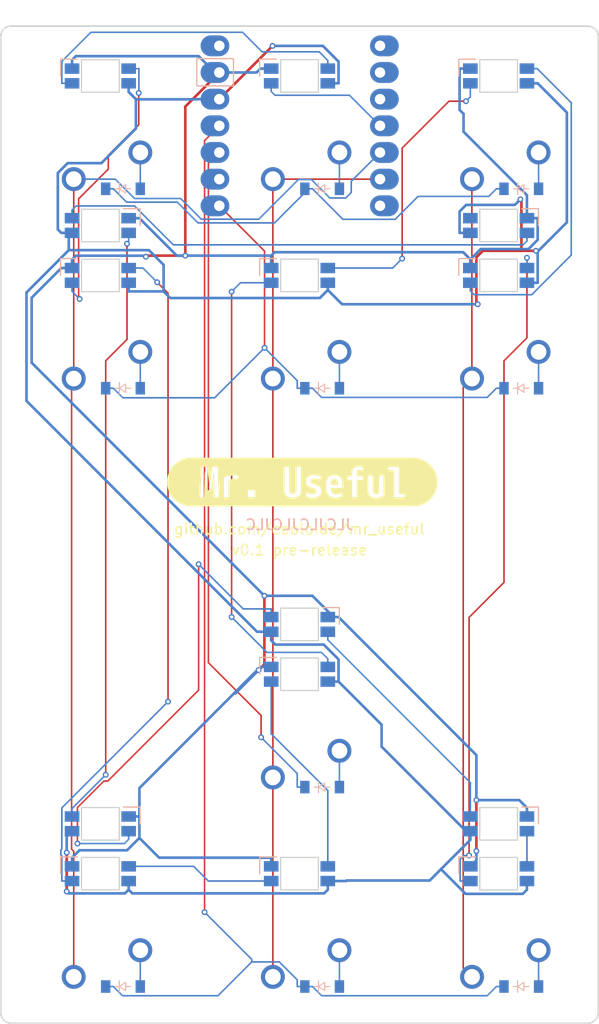
<source format=kicad_pcb>
(kicad_pcb (version 20240108) (generator "pcbnew") (generator_version "8.0")
  (title_block (title "mr_useful") (rev "0.1") (company "ceoloide"))
  (layers (0 "F.Cu" signal) (31 "B.Cu" signal) (34 "B.Paste" user) (35 "F.Paste" user) (36 "B.SilkS" user "B.Silkscreen") (37 "F.SilkS" user "F.Silkscreen") (38 "B.Mask" user) (39 "F.Mask" user) (44 "Edge.Cuts" user))
  (net 0 "")
  (net 1 "C0")
  (net 2 "left_down")
  (net 3 "C1")
  (net 4 "middle_down")
  (net 5 "middle_up")
  (net 6 "C2")
  (net 7 "right_down")
  (net 8 "first_bottom")
  (net 9 "first_top")
  (net 10 "second_bottom")
  (net 11 "second_top")
  (net 12 "third_bottom")
  (net 13 "third_top")
  (net 14 "VCC")
  (net 15 "LED_4")
  (net 16 "GND")
  (net 17 "LED_3")
  (net 18 "LED_5")
  (net 19 "LED_6")
  (net 20 "LED_10")
  (net 21 "LED_9")
  (net 22 "LED_2")
  (net 23 "LED_1")
  (net 24 "LED_7")
  (net 25 "LED")
  (net 26 "LED_8")
  (net 27 "ULED_3")
  (net 28 "ULED_2")
  (net 29 "ULED_1")
  (net 30 "ULED_4")
  (net 31 "ULED_5")
  (net 32 "R0")
  (net 33 "R1")
  (net 34 "R3")
  (net 35 "R4")
  (net 36 "P0")
  (net 37 "P1")
  (net 38 "P2")
  (net 39 "C3")
  (net 40 "R2")
  (net 41 "RAW")
  (footprint "logo_mr_useful" (layer "F.Cu") (at 79 87)
    (property "Reference" "LOGO1" (hide yes))
    (property "Value" "" (hide yes))
  )
  (footprint "MX" (layer "F.Cu") (at 79 106 180)
    (property "Reference" "S3" (hide yes))
    (property "Value" "" (hide yes))
  )
  (footprint "MX" (layer "F.Cu") (at 98 125 180)
    (property "Reference" "S4" (hide yes))
    (property "Value" "" (hide yes))
  )
  (footprint "MX" (layer "F.Cu") (at 60 49 180)
    (property "Reference" "S6" (hide yes))
    (property "Value" "" (hide yes))
  )
  (footprint "MX" (layer "F.Cu") (at 79 68 180)
    (property "Reference" "S7" (hide yes))
    (property "Value" "" (hide yes))
  )
  (footprint "MX" (layer "F.Cu") (at 98 49 180)
    (property "Reference" "S10" (hide yes))
    (property "Value" "" (hide yes))
  )
  (footprint "MX" (layer "F.Cu") (at 79 125 180)
    (property "Reference" "S2" (hide yes))
    (property "Value" "" (hide yes))
  )
  (footprint "MX" (layer "F.Cu") (at 98 68 180)
    (property "Reference" "S9" (hide yes))
    (property "Value" "" (hide yes))
  )
  (footprint "MX" (layer "F.Cu") (at 60 68 180)
    (property "Reference" "S5" (hide yes))
    (property "Value" "" (hide yes))
  )
  (footprint "MX" (layer "F.Cu") (at 79 49 180)
    (property "Reference" "S8" (hide yes))
    (property "Value" "" (hide yes))
  )
  (footprint "MX" (layer "F.Cu") (at 60 125 180)
    (property "Reference" "S1" (hide yes))
    (property "Value" "" (hide yes))
  )
  (footprint "ceoloide:led_SK6812mini-e (underglowsingle-side)" (layer "B.Cu") (at 60 115.5 180)
    (property "Reference" "LED11" (hide yes))
    (property "Value" "")
    (fp_line (start 1.8 1.55) (end 1.8 -1.55) (stroke (width 0.12)) (layer "Edge.Cuts"))
    (fp_line (start 1.8 -1.55) (end -1.8 -1.55) (stroke (width 0.12)) (layer "Edge.Cuts"))
    (fp_line (start -1.8 1.55) (end 1.8 1.55) (stroke (width 0.12)) (layer "Edge.Cuts"))
    (fp_line (start -1.8 -1.55) (end -1.8 1.55) (stroke (width 0.12)) (layer "Edge.Cuts"))
  )
  (footprint "ceoloide:led_SK6812mini-e (underglowsingle-side)" (layer "B.Cu") (at 79 96.5 180)
    (property "Reference" "LED12" (hide yes))
    (property "Value" "")
    (fp_line (start 1.8 1.55) (end 1.8 -1.55) (stroke (width 0.12)) (layer "Edge.Cuts"))
    (fp_line (start 1.8 -1.55) (end -1.8 -1.55) (stroke (width 0.12)) (layer "Edge.Cuts"))
    (fp_line (start -1.8 1.55) (end 1.8 1.55) (stroke (width 0.12)) (layer "Edge.Cuts"))
    (fp_line (start -1.8 -1.55) (end -1.8 1.55) (stroke (width 0.12)) (layer "Edge.Cuts"))
  )
  (footprint "ceoloide:led_SK6812mini-e (per-keysingle-side)" (layer "B.Cu") (at 79 63.25)
    (property "Reference" "LED7" (hide yes))
    (property "Value" "")
    (fp_line (start -1.8 -1.55) (end -1.8 1.55) (stroke (width 0.12)) (layer "Edge.Cuts"))
    (fp_line (start -1.8 1.55) (end 1.8 1.55) (stroke (width 0.12)) (layer "Edge.Cuts"))
    (fp_line (start 1.8 -1.55) (end -1.8 -1.55) (stroke (width 0.12)) (layer "Edge.Cuts"))
    (fp_line (start 1.8 1.55) (end 1.8 -1.55) (stroke (width 0.12)) (layer "Edge.Cuts"))
  )
  (footprint "ceoloide:led_SK6812mini-e (per-keysingle-side)" (layer "B.Cu") (at 98 120.25)
    (property "Reference" "LED4" (hide yes))
    (property "Value" "")
    (fp_line (start -1.8 -1.55) (end -1.8 1.55) (stroke (width 0.12)) (layer "Edge.Cuts"))
    (fp_line (start -1.8 1.55) (end 1.8 1.55) (stroke (width 0.12)) (layer "Edge.Cuts"))
    (fp_line (start 1.8 -1.55) (end -1.8 -1.55) (stroke (width 0.12)) (layer "Edge.Cuts"))
    (fp_line (start 1.8 1.55) (end 1.8 -1.55) (stroke (width 0.12)) (layer "Edge.Cuts"))
  )
  (footprint "Seeeduino XIAO-MOUDLE14P-2.54-21X17.8MM tht maybe" (layer "B.Cu") (at 79 49)
    (property "Reference" "MCU1" (hide yes))
    (property "Value" "")
  )
  (footprint "ceoloide:led_SK6812mini-e (per-keysingle-side)" (layer "B.Cu") (at 79 101.25)
    (property "Reference" "LED3" (hide yes))
    (property "Value" "")
    (fp_line (start -1.8 -1.55) (end -1.8 1.55) (stroke (width 0.12)) (layer "Edge.Cuts"))
    (fp_line (start -1.8 1.55) (end 1.8 1.55) (stroke (width 0.12)) (layer "Edge.Cuts"))
    (fp_line (start 1.8 -1.55) (end -1.8 -1.55) (stroke (width 0.12)) (layer "Edge.Cuts"))
    (fp_line (start 1.8 1.55) (end 1.8 -1.55) (stroke (width 0.12)) (layer "Edge.Cuts"))
  )
  (footprint "ceoloide:diode_tht_sod123" (layer "B.Cu") (at 62.16 74)
    (property "Reference" "D5" (hide yes))
    (property "Value" "")
  )
  (footprint "ceoloide:diode_tht_sod123" (layer "B.Cu") (at 100.16 55)
    (property "Reference" "D10" (hide yes))
    (property "Value" "")
  )
  (footprint "ceoloide:diode_tht_sod123" (layer "B.Cu") (at 62.16 131)
    (property "Reference" "D1" (hide yes))
    (property "Value" "")
  )
  (footprint "ceoloide:led_SK6812mini-e (per-keysingle-side)" (layer "B.Cu") (at 79 44.25)
    (property "Reference" "LED8" (hide yes))
    (property "Value" "")
    (fp_line (start -1.8 -1.55) (end -1.8 1.55) (stroke (width 0.12)) (layer "Edge.Cuts"))
    (fp_line (start -1.8 1.55) (end 1.8 1.55) (stroke (width 0.12)) (layer "Edge.Cuts"))
    (fp_line (start 1.8 -1.55) (end -1.8 -1.55) (stroke (width 0.12)) (layer "Edge.Cuts"))
    (fp_line (start 1.8 1.55) (end 1.8 -1.55) (stroke (width 0.12)) (layer "Edge.Cuts"))
  )
  (footprint "ceoloide:led_SK6812mini-e (per-keysingle-side)" (layer "B.Cu") (at 60 120.25)
    (property "Reference" "LED1" (hide yes))
    (property "Value" "")
    (fp_line (start -1.8 -1.55) (end -1.8 1.55) (stroke (width 0.12)) (layer "Edge.Cuts"))
    (fp_line (start -1.8 1.55) (end 1.8 1.55) (stroke (width 0.12)) (layer "Edge.Cuts"))
    (fp_line (start 1.8 -1.55) (end -1.8 -1.55) (stroke (width 0.12)) (layer "Edge.Cuts"))
    (fp_line (start 1.8 1.55) (end 1.8 -1.55) (stroke (width 0.12)) (layer "Edge.Cuts"))
  )
  (footprint "ceoloide:led_SK6812mini-e (per-keysingle-side)" (layer "B.Cu") (at 79 120.25)
    (property "Reference" "LED2" (hide yes))
    (property "Value" "")
    (fp_line (start -1.8 -1.55) (end -1.8 1.55) (stroke (width 0.12)) (layer "Edge.Cuts"))
    (fp_line (start -1.8 1.55) (end 1.8 1.55) (stroke (width 0.12)) (layer "Edge.Cuts"))
    (fp_line (start 1.8 -1.55) (end -1.8 -1.55) (stroke (width 0.12)) (layer "Edge.Cuts"))
    (fp_line (start 1.8 1.55) (end 1.8 -1.55) (stroke (width 0.12)) (layer "Edge.Cuts"))
  )
  (footprint "ceoloide:diode_tht_sod123" (layer "B.Cu") (at 62.16 55)
    (property "Reference" "D6" (hide yes))
    (property "Value" "")
  )
  (footprint "ceoloide:led_SK6812mini-e (per-keysingle-side)" (layer "B.Cu") (at 98 63.25)
    (property "Reference" "LED9" (hide yes))
    (property "Value" "")
    (fp_line (start -1.8 -1.55) (end -1.8 1.55) (stroke (width 0.12)) (layer "Edge.Cuts"))
    (fp_line (start -1.8 1.55) (end 1.8 1.55) (stroke (width 0.12)) (layer "Edge.Cuts"))
    (fp_line (start 1.8 -1.55) (end -1.8 -1.55) (stroke (width 0.12)) (layer "Edge.Cuts"))
    (fp_line (start 1.8 1.55) (end 1.8 -1.55) (stroke (width 0.12)) (layer "Edge.Cuts"))
  )
  (footprint "ceoloide:diode_tht_sod123" (layer "B.Cu") (at 81.16 112)
    (property "Reference" "D3" (hide yes))
    (property "Value" "")
  )
  (footprint "ceoloide:led_SK6812mini-e (per-keysingle-side)" (layer "B.Cu") (at 60 63.25)
    (property "Reference" "LED5" (hide yes))
    (property "Value" "")
    (fp_line (start -1.8 -1.55) (end -1.8 1.55) (stroke (width 0.12)) (layer "Edge.Cuts"))
    (fp_line (start -1.8 1.55) (end 1.8 1.55) (stroke (width 0.12)) (layer "Edge.Cuts"))
    (fp_line (start 1.8 -1.55) (end -1.8 -1.55) (stroke (width 0.12)) (layer "Edge.Cuts"))
    (fp_line (start 1.8 1.55) (end 1.8 -1.55) (stroke (width 0.12)) (layer "Edge.Cuts"))
  )
  (footprint "ceoloide:led_SK6812mini-e (per-keysingle-side)" (layer "B.Cu") (at 98 44.25)
    (property "Reference" "LED10" (hide yes))
    (property "Value" "")
    (fp_line (start -1.8 -1.55) (end -1.8 1.55) (stroke (width 0.12)) (layer "Edge.Cuts"))
    (fp_line (start -1.8 1.55) (end 1.8 1.55) (stroke (width 0.12)) (layer "Edge.Cuts"))
    (fp_line (start 1.8 -1.55) (end -1.8 -1.55) (stroke (width 0.12)) (layer "Edge.Cuts"))
    (fp_line (start 1.8 1.55) (end 1.8 -1.55) (stroke (width 0.12)) (layer "Edge.Cuts"))
  )
  (footprint "ceoloide:diode_tht_sod123" (layer "B.Cu") (at 81.16 55)
    (property "Reference" "D8" (hide yes))
    (property "Value" "")
  )
  (footprint "ceoloide:led_SK6812mini-e (per-keysingle-side)" (layer "B.Cu") (at 60 44.25)
    (property "Reference" "LED6" (hide yes))
    (property "Value" "")
    (fp_line (start -1.8 -1.55) (end -1.8 1.55) (stroke (width 0.12)) (layer "Edge.Cuts"))
    (fp_line (start -1.8 1.55) (end 1.8 1.55) (stroke (width 0.12)) (layer "Edge.Cuts"))
    (fp_line (start 1.8 -1.55) (end -1.8 -1.55) (stroke (width 0.12)) (layer "Edge.Cuts"))
    (fp_line (start 1.8 1.55) (end 1.8 -1.55) (stroke (width 0.12)) (layer "Edge.Cuts"))
  )
  (footprint "ceoloide:diode_tht_sod123" (layer "B.Cu") (at 100.16 74)
    (property "Reference" "D9" (hide yes))
    (property "Value" "")
  )
  (footprint "ceoloide:diode_tht_sod123" (layer "B.Cu") (at 81.16 131)
    (property "Reference" "D2" (hide yes))
    (property "Value" "")
  )
  (footprint "ceoloide:led_SK6812mini-e (underglowsingle-side)" (layer "B.Cu") (at 60 58.5 180)
    (property "Reference" "LED14" (hide yes))
    (property "Value" "")
    (fp_line (start 1.8 1.55) (end 1.8 -1.55) (stroke (width 0.12)) (layer "Edge.Cuts"))
    (fp_line (start 1.8 -1.55) (end -1.8 -1.55) (stroke (width 0.12)) (layer "Edge.Cuts"))
    (fp_line (start -1.8 1.55) (end 1.8 1.55) (stroke (width 0.12)) (layer "Edge.Cuts"))
    (fp_line (start -1.8 -1.55) (end -1.8 1.55) (stroke (width 0.12)) (layer "Edge.Cuts"))
  )
  (footprint "ceoloide:led_SK6812mini-e (underglowsingle-side)" (layer "B.Cu") (at 98 58.5 180)
    (property "Reference" "LED15" (hide yes))
    (property "Value" "")
    (fp_line (start 1.8 1.55) (end 1.8 -1.55) (stroke (width 0.12)) (layer "Edge.Cuts"))
    (fp_line (start 1.8 -1.55) (end -1.8 -1.55) (stroke (width 0.12)) (layer "Edge.Cuts"))
    (fp_line (start -1.8 1.55) (end 1.8 1.55) (stroke (width 0.12)) (layer "Edge.Cuts"))
    (fp_line (start -1.8 -1.55) (end -1.8 1.55) (stroke (width 0.12)) (layer "Edge.Cuts"))
  )
  (footprint "ceoloide:led_SK6812mini-e (underglowsingle-side)" (layer "B.Cu") (at 98 115.5 180)
    (property "Reference" "LED13" (hide yes))
    (property "Value" "")
    (fp_line (start 1.8 1.55) (end 1.8 -1.55) (stroke (width 0.12)) (layer "Edge.Cuts"))
    (fp_line (start 1.8 -1.55) (end -1.8 -1.55) (stroke (width 0.12)) (layer "Edge.Cuts"))
    (fp_line (start -1.8 1.55) (end 1.8 1.55) (stroke (width 0.12)) (layer "Edge.Cuts"))
    (fp_line (start -1.8 -1.55) (end -1.8 1.55) (stroke (width 0.12)) (layer "Edge.Cuts"))
  )
  (footprint "ceoloide:diode_tht_sod123" (layer "B.Cu") (at 100.16 131)
    (property "Reference" "D4" (hide yes))
    (property "Value" "")
  )
  (footprint "ceoloide:diode_tht_sod123" (layer "B.Cu") (at 81.16 74)
    (property "Reference" "D7" (hide yes))
    (property "Value" "")
  )
  (gr_arc (start 107.5 133.5) (mid 107.207107 134.207107) (end 106.5 134.5) (stroke (width 0.15)) (layer "Edge.Cuts"))
  (gr_arc (start 51.5 134.5) (mid 50.792893 134.207107) (end 50.5 133.5) (stroke (width 0.15)) (layer "Edge.Cuts"))
  (gr_line (start 107.5 133.5) (end 107.5 40.5) (stroke (width 0.15)) (layer "Edge.Cuts"))
  (gr_line (start 50.5 40.5) (end 50.5 133.5) (stroke (width 0.15)) (layer "Edge.Cuts"))
  (gr_line (start 51.5 134.5) (end 106.5 134.5) (stroke (width 0.15)) (layer "Edge.Cuts"))
  (gr_arc (start 106.5 39.5) (mid 107.207107 39.792893) (end 107.5 40.5) (stroke (width 0.15)) (layer "Edge.Cuts"))
  (gr_arc (start 50.5 40.5) (mid 50.792893 39.792893) (end 51.5 39.5) (stroke (width 0.15)) (layer "Edge.Cuts"))
  (gr_line (start 106.5 39.5) (end 51.5 39.5) (stroke (width 0.15)) (layer "Edge.Cuts"))
  (gr_text "JLCJLCJLCJLC" (at 79 87 0) (layer "B.SilkS") (effects (font (size 1 1)) (justify mirror)))
  (segment (start 57.2549 73.2851) (end 57.46 73.08) (width 0.15) (layer "F.Cu") (net 1))
  (segment (start 57.46 118.1212) (end 57.2549 117.9161) (width 0.15) (layer "F.Cu") (net 1))
  (segment (start 57.46 54.08) (end 57.46 73.08) (width 0.15) (layer "F.Cu") (net 1))
  (segment (start 57.2549 117.9161) (end 57.2549 73.2851) (width 0.15) (layer "F.Cu") (net 1))
  (segment (start 57.46 130.08) (end 57.46 118.1212) (width 0.15) (layer "F.Cu") (net 1))
  (segment (start 80.1337 54.1189) (end 78.8926 54.1189) (width 0.15) (layer "B.Cu") (net 1))
  (segment (start 83.4098 55.8754) (end 81.8902 55.8754) (width 0.15) (layer "B.Cu") (net 1))
  (segment (start 67.6615 55.9246) (end 63.2598 55.9246) (width 0.15) (layer "B.Cu") (net 1))
  (segment (start 87.0987 51.5412) (end 86.682 51.5412) (width 0.15) (layer "B.Cu") (net 1))
  (segment (start 75.1135 57.898) (end 69.6349 57.898) (width 0.15) (layer "B.Cu") (net 1))
  (segment (start 86.682 51.5412) (end 83.9363 54.2869) (width 0.15) (layer "B.Cu") (net 1))
  (segment (start 63.2598 55.9246) (end 61.4152 54.08) (width 0.15) (layer "B.Cu") (net 1))
  (segment (start 81.8902 55.8754) (end 80.1337 54.1189) (width 0.15) (layer "B.Cu") (net 1))
  (segment (start 69.6349 57.898) (end 67.6615 55.9246) (width 0.15) (layer "B.Cu") (net 1))
  (segment (start 78.8926 54.1189) (end 75.1135 57.898) (width 0.15) (layer "B.Cu") (net 1))
  (segment (start 83.9363 54.2869) (end 83.9363 55.3489) (width 0.15) (layer "B.Cu") (net 1))
  (segment (start 83.9363 55.3489) (end 83.4098 55.8754) (width 0.15) (layer "B.Cu") (net 1))
  (segment (start 61.4152 54.08) (end 57.46 54.08) (width 0.15) (layer "B.Cu") (net 1))
  (segment (start 63.81 131) (end 63.81 127.54) (width 0.15) (layer "B.Cu") (net 2))
  (segment (start 76.46 111.08) (end 76.46 73.08) (width 0.15) (layer "F.Cu") (net 3))
  (segment (start 76.4612 54.0812) (end 76.46 54.08) (width 0.15) (layer "F.Cu") (net 3))
  (segment (start 86.682 54.0812) (end 76.4612 54.0812) (width 0.15) (layer "F.Cu") (net 3))
  (segment (start 76.46 73.08) (end 76.46 54.08) (width 0.15) (layer "F.Cu") (net 3))
  (segment (start 76.46 130.08) (end 76.46 111.08) (width 0.15) (layer "F.Cu") (net 3))
  (segment (start 87.0987 54.0812) (end 86.682 54.0812) (width 0.15) (layer "B.Cu") (net 3))
  (segment (start 82.81 131) (end 82.81 127.54) (width 0.15) (layer "B.Cu") (net 4))
  (segment (start 82.81 112) (end 82.81 108.54) (width 0.15) (layer "B.Cu") (net 5))
  (segment (start 94.619 129.239) (end 95.46 130.08) (width 0.15) (layer "F.Cu") (net 6))
  (segment (start 95.46 54.08) (end 95.4466 54.0934) (width 0.15) (layer "F.Cu") (net 6))
  (segment (start 95.46 73.08) (end 94.619 73.921) (width 0.15) (layer "F.Cu") (net 6))
  (segment (start 94.619 73.921) (end 94.619 129.239) (width 0.15) (layer "F.Cu") (net 6))
  (segment (start 95.4466 54.0934) (end 95.4466 73.0666) (width 0.15) (layer "F.Cu") (net 6))
  (segment (start 95.4466 73.0666) (end 95.46 73.08) (width 0.15) (layer "F.Cu") (net 6))
  (segment (start 101.81 131) (end 101.81 127.54) (width 0.15) (layer "B.Cu") (net 7))
  (segment (start 63.81 74) (end 63.81 70.54) (width 0.15) (layer "B.Cu") (net 8))
  (segment (start 63.81 55) (end 63.81 51.54) (width 0.15) (layer "B.Cu") (net 9))
  (segment (start 82.81 74) (end 82.81 70.54) (width 0.15) (layer "B.Cu") (net 10))
  (segment (start 82.81 55) (end 82.81 51.54) (width 0.15) (layer "B.Cu") (net 11))
  (segment (start 101.81 74) (end 101.81 70.54) (width 0.15) (layer "B.Cu") (net 12))
  (segment (start 101.81 55) (end 101.81 51.54) (width 0.15) (layer "B.Cu") (net 13))
  (segment (start 76.4271 41.3851) (end 71.351 46.4612) (width 0.25) (layer "F.Cu") (net 14))
  (segment (start 100.1717 56.1011) (end 100.1717 60.9056) (width 0.25) (layer "F.Cu") (net 14))
  (segment (start 95.8746 61.5284) (end 95.8746 65.8711) (width 0.25) (layer "F.Cu") (net 14))
  (segment (start 100.1717 60.9056) (end 96.4974 60.9056) (width 0.25) (layer "F.Cu") (net 14))
  (segment (start 96.4974 60.9056) (end 95.8746 61.5284) (width 0.25) (layer "F.Cu") (net 14))
  (segment (start 101.5611 60.9056) (end 100.1717 60.9056) (width 0.25) (layer "F.Cu") (net 14))
  (segment (start 56.7892 121.9462) (end 56.7892 118.2358) (width 0.25) (layer "F.Cu") (net 14))
  (segment (start 100.074 56.0034) (end 100.1717 56.1011) (width 0.25) (layer "F.Cu") (net 14))
  (segment (start 95.8746 65.8711) (end 96.0019 65.9984) (width 0.25) (layer "F.Cu") (net 14))
  (via (at 56.7892 121.9462) (size 0.56) (drill 0.3) (layers "F.Cu" "B.Cu") (net 14))
  (via (at 101.5611 60.9056) (size 0.56) (drill 0.3) (layers "F.Cu" "B.Cu") (net 14))
  (via (at 100.074 56.0034) (size 0.56) (drill 0.3) (layers "F.Cu" "B.Cu") (net 14))
  (via (at 76.4271 41.3851) (size 0.56) (drill 0.3) (layers "F.Cu" "B.Cu") (net 14))
  (via (at 56.7892 118.2358) (size 0.56) (drill 0.3) (layers "F.Cu" "B.Cu") (net 14))
  (via (at 96.0019 65.9984) (size 0.56) (drill 0.3) (layers "F.Cu" "B.Cu") (net 14))
  (segment (start 101.7253 60.9814) (end 101.7253 63.95) (width 0.25) (layer "B.Cu") (net 14))
  (segment (start 83.501 120.8998) (end 83.4508 120.95) (width 0.25) (layer "B.Cu") (net 14))
  (segment (start 81.7 63.95) (end 81.7 64.643) (width 0.25) (layer "B.Cu") (net 14))
  (segment (start 66.0353 62.25) (end 64.6329 60.8476) (width 0.25) (layer "B.Cu") (net 14))
  (segment (start 82.7253 44.95) (end 82.7253 42.8788) (width 0.25) (layer "B.Cu") (net 14))
  (segment (start 81.2316 41.3851) (end 76.4271 41.3851) (width 0.25) (layer "B.Cu") (net 14))
  (segment (start 63.0501 122.1254) (end 62.7 121.7753) (width 0.25) (layer "B.Cu") (net 14))
  (segment (start 95.3 59.2) (end 94.2747 59.2) (width 0.25) (layer "B.Cu") (net 14))
  (segment (start 62.7 121.7753) (end 62.3499 122.1254) (width 0.25) (layer "B.Cu") (net 14))
  (segment (start 62.7 120.95) (end 62.7 121.7753) (width 0.25) (layer "B.Cu") (net 14))
  (segment (start 64.6329 60.8476) (end 56.9853 60.8476) (width 0.25) (layer "B.Cu") (net 14))
  (segment (start 100.7 63.95) (end 101.7253 63.95) (width 0.25) (layer "B.Cu") (net 14))
  (segment (start 63.3859 49.2676) (end 63.3859 46.4763) (width 0.25) (layer "B.Cu") (net 14))
  (segment (start 95.3 116.2) (end 95.3 116.6126) (width 0.25) (layer "B.Cu") (net 14))
  (segment (start 86.8358 106.0605) (end 82.7253 101.95) (width 0.25) (layer "B.Cu") (net 14))
  (segment (start 81.7 64.643) (end 80.9375 65.4055) (width 0.25) (layer "B.Cu") (net 14))
  (segment (start 56.7892 118.2358) (end 56.7892 116.7108) (width 0.25) (layer "B.Cu") (net 14))
  (segment (start 96.0019 65.9984) (end 83.0554 65.9984) (width 0.25) (layer "B.Cu") (net 14))
  (segment (start 104.5068 58.1999) (end 104.5068 47.7315) (width 0.25) (layer "B.Cu") (net 14))
  (segment (start 57.3 59.2) (end 56.9853 59.2) (width 0.25) (layer "B.Cu") (net 14))
  (segment (start 62.7 44.95) (end 62.7 45.7753) (width 0.25) (layer "B.Cu") (net 14))
  (segment (start 56.879 52.5576) (end 60.0959 52.5576) (width 0.25) (layer "B.Cu") (net 14))
  (segment (start 56.9853 59.2) (end 56.9853 60.8476) (width 0.25) (layer "B.Cu") (net 14))
  (segment (start 81.3166 98.4246) (end 76.6993 98.4246) (width 0.25) (layer "B.Cu") (net 14))
  (segment (start 100.7 121.7753) (end 100.3045 122.1708) (width 0.25) (layer "B.Cu") (net 14))
  (segment (start 56.9684 122.1254) (end 56.7892 121.9462) (width 0.25) (layer "B.Cu") (net 14))
  (segment (start 86.8358 108.1484) (end 86.8358 106.0605) (width 0.25) (layer "B.Cu") (net 14))
  (segment (start 66.0353 64.7753) (end 66.0353 62.25) (width 0.25) (layer "B.Cu") (net 14))
  (segment (start 100.7 44.95) (end 101.7253 44.95) (width 0.25) (layer "B.Cu") (net 14))
  (segment (start 56.2747 59.2) (end 55.942 58.8673) (width 0.25) (layer "B.Cu") (net 14))
  (segment (start 95.3 117.0253) (end 92.5001 119.8252) (width 0.25) (layer "B.Cu") (net 14))
  (segment (start 69.2195 46.4763) (end 69.2346 46.4612) (width 0.25) (layer "B.Cu") (net 14))
  (segment (start 100.7 120.95) (end 100.7 121.7753) (width 0.25) (layer "B.Cu") (net 14))
  (segment (start 83.0554 65.9984) (end 81.7 64.643) (width 0.25) (layer "B.Cu") (net 14))
  (segment (start 76.3 97.2) (end 76.3 98.0253) (width 0.25) (layer "B.Cu") (net 14))
  (segment (start 99.543 56.5344) (end 100.074 56.0034) (width 0.25) (layer "B.Cu") (net 14))
  (segment (start 82.7253 42.8788) (end 81.2316 41.3851) (width 0.25) (layer "B.Cu") (net 14))
  (segment (start 56.7892 116.7108) (end 57.3 116.2) (width 0.25) (layer "B.Cu") (net 14))
  (segment (start 56.9853 59.2) (end 56.2747 59.2) (width 0.25) (layer "B.Cu") (net 14))
  (segment (start 94.8456 122.1708) (end 92.5001 119.8252) (width 0.25) (layer "B.Cu") (net 14))
  (segment (start 94.2747 59.2) (end 94.2747 57.1618) (width 0.25) (layer "B.Cu") (net 14))
  (segment (start 71.351 46.4612) (end 70.9341 46.4612) (width 0.25) (layer "B.Cu") (net 14))
  (segment (start 81.7 44.95) (end 82.7253 44.95) (width 0.25) (layer "B.Cu") (net 14))
  (segment (start 101.6369 60.9814) (end 101.5611 60.9056) (width 0.25) (layer "B.Cu") (net 14))
  (segment (start 104.5068 47.7315) (end 101.7253 44.95) (width 0.25) (layer "B.Cu") (net 14))
  (segment (start 55.942 58.8673) (end 55.942 53.4946) (width 0.25) (layer "B.Cu") (net 14))
  (segment (start 56.9853 60.8476) (end 52.9536 64.8793) (width 0.25) (layer "B.Cu") (net 14))
  (segment (start 81.7 101.95) (end 82.7253 101.95) (width 0.25) (layer "B.Cu") (net 14))
  (segment (start 66.6655 65.4055) (end 66.0353 64.7753) (width 0.25) (layer "B.Cu") (net 14))
  (segment (start 82.7253 99.8333) (end 81.3166 98.4246) (width 0.25) (layer "B.Cu") (net 14))
  (segment (start 55.942 53.4946) (end 56.879 52.5576) (width 0.25) (layer "B.Cu") (net 14))
  (segment (start 63.3859 46.4763) (end 63.3859 46.4612) (width 0.25) (layer "B.Cu") (net 14))
  (segment (start 101.7253 60.9814) (end 104.5068 58.1999) (width 0.25) (layer "B.Cu") (net 14))
  (segment (start 70.9341 46.4612) (end 69.2346 46.4612) (width 0.25) (layer "B.Cu") (net 14))
  (segment (start 101.7253 60.9814) (end 101.6369 60.9814) (width 0.25) (layer "B.Cu") (net 14))
  (segment (start 100.3045 122.1708) (end 94.8456 122.1708) (width 0.25) (layer "B.Cu") (net 14))
  (segment (start 95.3 116.6126) (end 86.8358 108.1484) (width 0.25) (layer "B.Cu") (net 14))
  (segment (start 94.9021 56.5344) (end 99.543 56.5344) (width 0.25) (layer "B.Cu") (net 14))
  (segment (start 95.3 116.6126) (end 95.3 117.0253) (width 0.25) (layer "B.Cu") (net 14))
  (segment (start 94.2747 57.1618) (end 94.9021 56.5344) (width 0.25) (layer "B.Cu") (net 14))
  (segment (start 81.3499 122.1254) (end 63.0501 122.1254) (width 0.25) (layer "B.Cu") (net 14))
  (segment (start 63.3859 46.4612) (end 62.7 45.7753) (width 0.25) (layer "B.Cu") (net 14))
  (segment (start 74.9495 97.2) (end 75.2747 97.2) (width 0.25) (layer "B.Cu") (net 14))
  (segment (start 83.4508 120.95) (end 81.7 120.95) (width 0.25) (layer "B.Cu") (net 14))
  (segment (start 62.3499 122.1254) (end 56.9684 122.1254) (width 0.25) (layer "B.Cu") (net 14))
  (segment (start 76.6993 98.4246) (end 76.3 98.0253) (width 0.25) (layer "B.Cu") (net 14))
  (segment (start 91.4255 120.8998) (end 83.501 120.8998) (width 0.25) (layer "B.Cu") (net 14))
  (segment (start 80.9375 65.4055) (end 66.6655 65.4055) (width 0.25) (layer "B.Cu") (net 14))
  (segment (start 76.3 97.2) (end 75.2747 97.2) (width 0.25) (layer "B.Cu") (net 14))
  (segment (start 52.9536 75.2041) (end 74.9495 97.2) (width 0.25) (layer "B.Cu") (net 14))
  (segment (start 60.0959 52.5576) (end 63.3859 49.2676) (width 0.25) (layer "B.Cu") (net 14))
  (segment (start 62.7 64.7753) (end 66.0353 64.7753) (width 0.25) (layer "B.Cu") (net 14))
  (segment (start 81.7 121.7753) (end 81.3499 122.1254) (width 0.25) (layer "B.Cu") (net 14))
  (segment (start 63.3859 46.4763) (end 69.2195 46.4763) (width 0.25) (layer "B.Cu") (net 14))
  (segment (start 81.7 120.95) (end 81.7 121.7753) (width 0.25) (layer "B.Cu") (net 14))
  (segment (start 82.7253 101.95) (end 82.7253 99.8333) (width 0.25) (layer "B.Cu") (net 14))
  (segment (start 92.5001 119.8252) (end 91.4255 120.8998) (width 0.25) (layer "B.Cu") (net 14))
  (segment (start 62.7 63.95) (end 62.7 64.7753) (width 0.25) (layer "B.Cu") (net 14))
  (segment (start 52.9536 64.8793) (end 52.9536 75.2041) (width 0.25) (layer "B.Cu") (net 14))
  (segment (start 70.3004 120.95) (end 68.9004 119.55) (width 0.15) (layer "B.Cu") (net 15))
  (segment (start 76.3 120.95) (end 70.3004 120.95) (width 0.15) (layer "B.Cu") (net 15))
  (segment (start 68.9004 119.55) (end 62.7 119.55) (width 0.15) (layer "B.Cu") (net 15))
  (segment (start 95.8746 113.2411) (end 95.8746 118.0938) (width 0.25) (layer "F.Cu") (net 16))
  (segment (start 68.1054 47.1668) (end 68.1054 61.369) (width 0.25) (layer "F.Cu") (net 16))
  (segment (start 75.0971 100.856) (end 75.6501 100.303) (width 0.25) (layer "F.Cu") (net 16))
  (segment (start 75.6501 100.303) (end 75.6501 93.7748) (width 0.25) (layer "F.Cu") (net 16))
  (segment (start 64.4399 61.369) (end 64.3412 61.4677) (width 0.25) (layer "F.Cu") (net 16))
  (segment (start 71.351 43.9212) (end 68.1054 47.1668) (width 0.25) (layer "F.Cu") (net 16))
  (segment (start 68.1054 61.369) (end 64.4399 61.369) (width 0.25) (layer "F.Cu") (net 16))
  (via (at 64.3412 61.4677) (size 0.56) (drill 0.3) (layers "F.Cu" "B.Cu") (net 16))
  (via (at 75.0971 100.856) (size 0.56) (drill 0.3) (layers "F.Cu" "B.Cu") (net 16))
  (via (at 95.8746 118.0938) (size 0.56) (drill 0.3) (layers "F.Cu" "B.Cu") (net 16))
  (via (at 68.1054 61.369) (size 0.56) (drill 0.3) (layers "F.Cu" "B.Cu") (net 16))
  (via (at 95.8746 113.2411) (size 0.56) (drill 0.3) (layers "F.Cu" "B.Cu") (net 16))
  (via (at 75.6501 93.7748) (size 0.56) (drill 0.3) (layers "F.Cu" "B.Cu") (net 16))
  (segment (start 65.6055 118.7247) (end 63.7253 116.8445) (width 0.25) (layer "B.Cu") (net 16))
  (segment (start 101.7253 57.8) (end 101.7253 59.8611) (width 0.25) (layer "B.Cu") (net 16))
  (segment (start 63.7253 114.8) (end 63.7253 116.8445) (width 0.25) (layer "B.Cu") (net 16))
  (segment (start 96.2844 60.7403) (end 95.3 61.7247) (width 0.25) (layer "B.Cu") (net 16))
  (segment (start 57.3 119.55) (end 57.3 118.7247) (width 0.25) (layer "B.Cu") (net 16))
  (segment (start 95.3 62.55) (end 95.3 61.7247) (width 0.25) (layer "B.Cu") (net 16))
  (segment (start 80.2333 93.7748) (end 82.2585 95.8) (width 0.25) (layer "B.Cu") (net 16))
  (segment (start 94.6519 47.8652) (end 94.2747 47.488) (width 0.25) (layer "B.Cu") (net 16))
  (segment (start 76.3 61.369) (end 76.3 61.7247) (width 0.25) (layer "B.Cu") (net 16))
  (segment (start 62.5503 118.0195) (end 63.7253 116.8445) (width 0.25) (layer "B.Cu") (net 16))
  (segment (start 76.6273 61.0417) (end 76.3 61.369) (width 0.25) (layer "B.Cu") (net 16))
  (segment (start 101.7253 59.8611) (end 100.8461 60.7403) (width 0.25) (layer "B.Cu") (net 16))
  (segment (start 67.2943 61.369) (end 63.7253 57.8) (width 0.25) (layer "B.Cu") (net 16))
  (segment (start 68.1054 61.369) (end 67.2943 61.369) (width 0.25) (layer "B.Cu") (net 16))
  (segment (start 95.3 43.55) (end 94.2747 43.55) (width 0.25) (layer "B.Cu") (net 16))
  (segment (start 75.6501 93.7748) (end 80.2333 93.7748) (width 0.25) (layer "B.Cu") (net 16))
  (segment (start 63.7253 112.0994) (end 72.7503 103.0744) (width 0.25) (layer "B.Cu") (net 16))
  (segment (start 95.8746 118.9754) (end 95.8746 118.0938) (width 0.25) (layer "B.Cu") (net 16))
  (segment (start 75.6501 93.7748) (end 53.4461 71.5708) (width 0.25) (layer "B.Cu") (net 16))
  (segment (start 57.3 62.55) (end 57.3 61.7247) (width 0.25) (layer "B.Cu") (net 16))
  (segment (start 95.3 119.55) (end 95.8746 118.9754) (width 0.25) (layer "B.Cu") (net 16))
  (segment (start 57.3 118.7247) (end 58.0052 118.0195) (width 0.25) (layer "B.Cu") (net 16))
  (segment (start 63.7253 114.8) (end 63.7253 112.0994) (width 0.25) (layer "B.Cu") (net 16))
  (segment (start 100.8461 60.7403) (end 96.2844 60.7403) (width 0.25) (layer "B.Cu") (net 16))
  (segment (start 74.9035 43.9212) (end 75.2747 43.55) (width 0.25) (layer "B.Cu") (net 16))
  (segment (start 99.9664 113.2411) (end 100.7 113.9747) (width 0.25) (layer "B.Cu") (net 16))
  (segment (start 94.617 61.0417) (end 76.6273 61.0417) (width 0.25) (layer "B.Cu") (net 16))
  (segment (start 70.9341 43.9212) (end 71.351 43.9212) (width 0.25) (layer "B.Cu") (net 16))
  (segment (start 72.7503 103.0744) (end 75.2747 100.55) (width 0.25) (layer "B.Cu") (net 16))
  (segment (start 64.2481 61.3746) (end 64.3412 61.4677) (width 0.25) (layer "B.Cu") (net 16))
  (segment (start 71.351 43.9212) (end 74.9035 43.9212) (width 0.25) (layer "B.Cu") (net 16))
  (segment (start 57.6602 42.3645) (end 57.3 42.7247) (width 0.25) (layer "B.Cu") (net 16))
  (segment (start 82.2585 95.8) (end 82.7253 95.8) (width 0.25) (layer "B.Cu") (net 16))
  (segment (start 95.8746 108.9493) (end 95.8746 113.2411) (width 0.25) (layer "B.Cu") (net 16))
  (segment (start 58.0052 118.0195) (end 62.5503 118.0195) (width 0.25) (layer "B.Cu") (net 16))
  (segment (start 100.7 57.8) (end 101.7253 57.8) (width 0.25) (layer "B.Cu") (net 16))
  (segment (start 100.7 57.8) (end 100.7 55.6122) (width 0.25) (layer "B.Cu") (net 16))
  (segment (start 95.3 61.7247) (end 94.617 61.0417) (width 0.25) (layer "B.Cu") (net 16))
  (segment (start 94.2747 47.488) (end 94.2747 43.55) (width 0.25) (layer "B.Cu") (net 16))
  (segment (start 70.9341 43.9212) (end 69.3774 42.3645) (width 0.25) (layer "B.Cu") (net 16))
  (segment (start 94.6519 49.5641) (end 94.6519 47.8652) (width 0.25) (layer "B.Cu") (net 16))
  (segment (start 76.3 61.369) (end 68.1054 61.369) (width 0.25) (layer "B.Cu") (net 16))
  (segment (start 62.7 114.8) (end 63.7253 114.8) (width 0.25) (layer "B.Cu") (net 16))
  (segment (start 72.8787 103.0744) (end 75.0971 100.856) (width 0.25) (layer "B.Cu") (net 16))
  (segment (start 62.7 57.8) (end 63.7253 57.8) (width 0.25) (layer "B.Cu") (net 16))
  (segment (start 82.7253 95.8) (end 95.8746 108.9493) (width 0.25) (layer "B.Cu") (net 16))
  (segment (start 57.3 62.55) (end 56.2747 62.55) (width 0.25) (layer "B.Cu") (net 16))
  (segment (start 100.7 114.8) (end 100.7 113.9747) (width 0.25) (layer "B.Cu") (net 16))
  (segment (start 81.7 95.8) (end 82.2585 95.8) (width 0.25) (layer "B.Cu") (net 16))
  (segment (start 100.7 55.6122) (end 94.6519 49.5641) (width 0.25) (layer "B.Cu") (net 16))
  (segment (start 76.3 100.55) (end 75.2747 100.55) (width 0.25) (layer "B.Cu") (net 16))
  (segment (start 72.7503 103.0744) (end 72.8787 103.0744) (width 0.25) (layer "B.Cu") (net 16))
  (segment (start 76.3 43.55) (end 75.2747 43.55) (width 0.25) (layer "B.Cu") (net 16))
  (segment (start 69.3774 42.3645) (end 57.6602 42.3645) (width 0.25) (layer "B.Cu") (net 16))
  (segment (start 76.3 119.55) (end 76.3 118.7247) (width 0.25) (layer "B.Cu") (net 16))
  (segment (start 57.3 43.55) (end 57.3 42.7247) (width 0.25) (layer "B.Cu") (net 16))
  (segment (start 57.6501 61.3746) (end 64.2481 61.3746) (width 0.25) (layer "B.Cu") (net 16))
  (segment (start 76.3 62.55) (end 76.3 61.7247) (width 0.25) (layer "B.Cu") (net 16))
  (segment (start 76.3 118.7247) (end 65.6055 118.7247) (width 0.25) (layer "B.Cu") (net 16))
  (segment (start 95.8746 113.2411) (end 99.9664 113.2411) (width 0.25) (layer "B.Cu") (net 16))
  (segment (start 53.4461 71.5708) (end 53.4461 65.3786) (width 0.25) (layer "B.Cu") (net 16))
  (segment (start 53.4461 65.3786) (end 56.2747 62.55) (width 0.25) (layer "B.Cu") (net 16))
  (segment (start 57.3 61.7247) (end 57.6501 61.3746) (width 0.25) (layer "B.Cu") (net 16))
  (segment (start 66.4566 64.9426) (end 66.4566 103.8532) (width 0.15) (layer "F.Cu") (net 17))
  (segment (start 65.4168 63.9028) (end 66.4566 64.9426) (width 0.15) (layer "F.Cu") (net 17))
  (via (at 66.4566 103.8532) (size 0.56) (drill 0.3) (layers "F.Cu" "B.Cu") (net 17))
  (via (at 65.4168 63.9028) (size 0.56) (drill 0.3) (layers "F.Cu" "B.Cu") (net 17))
  (segment (start 66.4566 103.8532) (end 56.3247 113.9851) (width 0.15) (layer "B.Cu") (net 17))
  (segment (start 56.3247 118.5566) (end 56.3247 120.95) (width 0.15) (layer "B.Cu") (net 17))
  (segment (start 56.2339 118.4658) (end 56.3247 118.5566) (width 0.15) (layer "B.Cu") (net 17))
  (segment (start 56.3247 117.915) (end 56.2339 118.0058) (width 0.15) (layer "B.Cu") (net 17))
  (segment (start 64.064 62.55) (end 65.4168 63.9028) (width 0.15) (layer "B.Cu") (net 17))
  (segment (start 57.3 120.95) (end 56.3247 120.95) (width 0.15) (layer "B.Cu") (net 17))
  (segment (start 62.7 62.55) (end 64.064 62.55) (width 0.15) (layer "B.Cu") (net 17))
  (segment (start 56.2339 118.0058) (end 56.2339 118.4658) (width 0.15) (layer "B.Cu") (net 17))
  (segment (start 56.3247 113.9851) (end 56.3247 117.915) (width 0.15) (layer "B.Cu") (net 17))
  (segment (start 81.7 112.3221) (end 81.7 119.55) (width 0.15) (layer "B.Cu") (net 18))
  (segment (start 76.3 106.9221) (end 81.7 112.3221) (width 0.15) (layer "B.Cu") (net 18))
  (segment (start 76.3 101.95) (end 76.3 106.9221) (width 0.15) (layer "B.Cu") (net 18))
  (segment (start 72.5223 95.7984) (end 72.5223 64.8002) (width 0.15) (layer "F.Cu") (net 19))
  (via (at 72.5223 95.7984) (size 0.56) (drill 0.3) (layers "F.Cu" "B.Cu") (net 19))
  (via (at 72.5223 64.8002) (size 0.56) (drill 0.3) (layers "F.Cu" "B.Cu") (net 19))
  (segment (start 81.7 100.55) (end 81.7 99.7747) (width 0.15) (layer "B.Cu") (net 19))
  (segment (start 76.3 63.95) (end 73.3725 63.95) (width 0.15) (layer "B.Cu") (net 19))
  (segment (start 73.3725 63.95) (end 72.5223 64.8002) (width 0.15) (layer "B.Cu") (net 19))
  (segment (start 81.0938 99.1685) (end 75.8924 99.1685) (width 0.15) (layer "B.Cu") (net 19))
  (segment (start 75.8924 99.1685) (end 72.5223 95.7984) (width 0.15) (layer "B.Cu") (net 19))
  (segment (start 81.7 99.7747) (end 81.0938 99.1685) (width 0.15) (layer "B.Cu") (net 19))
  (segment (start 100.7 116.2) (end 100.7 119.55) (width 0.15) (layer "B.Cu") (net 20))
  (segment (start 98.511 71.3894) (end 100.7002 69.2002) (width 0.15) (layer "F.Cu") (net 21))
  (segment (start 98.511 92.5001) (end 98.511 71.3894) (width 0.15) (layer "F.Cu") (net 21))
  (segment (start 95.1812 95.8299) (end 98.511 92.5001) (width 0.15) (layer "F.Cu") (net 21))
  (segment (start 95.1812 118.515) (end 95.1812 95.8299) (width 0.15) (layer "F.Cu") (net 21))
  (segment (start 100.7002 69.2002) (end 100.7002 61.5697) (width 0.15) (layer "F.Cu") (net 21))
  (via (at 95.1812 118.515) (size 0.56) (drill 0.3) (layers "F.Cu" "B.Cu") (net 21))
  (via (at 100.7002 61.5697) (size 0.56) (drill 0.3) (layers "F.Cu" "B.Cu") (net 21))
  (segment (start 94.6869 118.515) (end 95.1812 118.515) (width 0.15) (layer "B.Cu") (net 21))
  (segment (start 94.3247 118.8772) (end 94.6869 118.515) (width 0.15) (layer "B.Cu") (net 21))
  (segment (start 95.3 120.95) (end 94.3247 120.95) (width 0.15) (layer "B.Cu") (net 21))
  (segment (start 100.7 62.55) (end 100.7 61.5699) (width 0.15) (layer "B.Cu") (net 21))
  (segment (start 100.7 61.5699) (end 100.7002 61.5697) (width 0.15) (layer "B.Cu") (net 21))
  (segment (start 94.3247 120.95) (end 94.3247 118.8772) (width 0.15) (layer "B.Cu") (net 21))
  (segment (start 63.6623 48.9006) (end 60.759 51.8039) (width 0.15) (layer "F.Cu") (net 22))
  (segment (start 60.759 53.122) (end 57.9246 55.9564) (width 0.15) (layer "F.Cu") (net 22))
  (segment (start 63.6623 45.871) (end 63.6623 48.9006) (width 0.15) (layer "F.Cu") (net 22))
  (segment (start 57.9246 55.9564) (end 57.9246 65.3987) (width 0.15) (layer "F.Cu") (net 22))
  (segment (start 60.759 51.8039) (end 60.759 53.122) (width 0.15) (layer "F.Cu") (net 22))
  (segment (start 57.9246 65.3987) (end 58.0212 65.4953) (width 0.15) (layer "F.Cu") (net 22))
  (via (at 58.0212 65.4953) (size 0.56) (drill 0.3) (layers "F.Cu" "B.Cu") (net 22))
  (via (at 63.6623 45.871) (size 0.56) (drill 0.3) (layers "F.Cu" "B.Cu") (net 22))
  (segment (start 63.6753 45.858) (end 63.6623 45.871) (width 0.15) (layer "B.Cu") (net 22))
  (segment (start 63.6753 43.55) (end 63.6753 45.858) (width 0.15) (layer "B.Cu") (net 22))
  (segment (start 62.7 43.55) (end 63.6753 43.55) (width 0.15) (layer "B.Cu") (net 22))
  (segment (start 57.3 64.7741) (end 57.3 63.95) (width 0.15) (layer "B.Cu") (net 22))
  (segment (start 58.0212 65.4953) (end 57.3 64.7741) (width 0.15) (layer "B.Cu") (net 22))
  (segment (start 81.7 42.7747) (end 80.8739 41.9486) (width 0.15) (layer "B.Cu") (net 23))
  (segment (start 80.8739 41.9486) (end 75.4261 41.9486) (width 0.15) (layer "B.Cu") (net 23))
  (segment (start 73.568 40.0905) (end 59.0968 40.0905) (width 0.15) (layer "B.Cu") (net 23))
  (segment (start 56.3247 42.8626) (end 56.3247 44.95) (width 0.15) (layer "B.Cu") (net 23))
  (segment (start 59.0968 40.0905) (end 56.3247 42.8626) (width 0.15) (layer "B.Cu") (net 23))
  (segment (start 81.7 43.55) (end 81.7 42.7747) (width 0.15) (layer "B.Cu") (net 23))
  (segment (start 57.3 44.95) (end 56.3247 44.95) (width 0.15) (layer "B.Cu") (net 23))
  (segment (start 75.4261 41.9486) (end 73.568 40.0905) (width 0.15) (layer "B.Cu") (net 23))
  (segment (start 93.2649 46.6546) (end 88.7935 51.126) (width 0.15) (layer "F.Cu") (net 24))
  (segment (start 94.8846 46.6546) (end 93.2649 46.6546) (width 0.15) (layer "F.Cu") (net 24))
  (segment (start 88.7935 51.126) (end 88.7935 61.647) (width 0.15) (layer "F.Cu") (net 24))
  (via (at 88.7935 61.647) (size 0.56) (drill 0.3) (layers "F.Cu" "B.Cu") (net 24))
  (via (at 94.8846 46.6546) (size 0.56) (drill 0.3) (layers "F.Cu" "B.Cu") (net 24))
  (segment (start 81.7 62.55) (end 87.8905 62.55) (width 0.15) (layer "B.Cu") (net 24))
  (segment (start 95.3 46.2392) (end 94.8846 46.6546) (width 0.15) (layer "B.Cu") (net 24))
  (segment (start 87.8905 62.55) (end 88.7935 61.647) (width 0.15) (layer "B.Cu") (net 24))
  (segment (start 95.3 44.95) (end 95.3 46.2392) (width 0.15) (layer "B.Cu") (net 24))
  (segment (start 83.7695 46.0887) (end 76.6634 46.0887) (width 0.15) (layer "B.Cu") (net 25))
  (segment (start 87.0987 49.0012) (end 86.682 49.0012) (width 0.15) (layer "B.Cu") (net 25))
  (segment (start 76.3 44.95) (end 76.3 45.7253) (width 0.15) (layer "B.Cu") (net 25))
  (segment (start 86.682 49.0012) (end 83.7695 46.0887) (width 0.15) (layer "B.Cu") (net 25))
  (segment (start 76.6634 46.0887) (end 76.3 45.7253) (width 0.15) (layer "B.Cu") (net 25))
  (segment (start 104.9292 61.3171) (end 101.1576 65.0887) (width 0.15) (layer "B.Cu") (net 26))
  (segment (start 101.1576 65.0887) (end 95.6634 65.0887) (width 0.15) (layer "B.Cu") (net 26))
  (segment (start 100.7 43.55) (end 101.6753 43.55) (width 0.15) (layer "B.Cu") (net 26))
  (segment (start 95.3 63.95) (end 95.3 64.7253) (width 0.15) (layer "B.Cu") (net 26))
  (segment (start 95.6634 65.0887) (end 95.3 64.7253) (width 0.15) (layer "B.Cu") (net 26))
  (segment (start 104.9292 46.8039) (end 104.9292 61.3171) (width 0.15) (layer "B.Cu") (net 26))
  (segment (start 101.6753 43.55) (end 104.9292 46.8039) (width 0.15) (layer "B.Cu") (net 26))
  (segment (start 60.511 71.3894) (end 62.5424 69.358) (width 0.15) (layer "F.Cu") (net 27))
  (segment (start 62.5424 69.358) (end 62.5424 60.2305) (width 0.15) (layer "F.Cu") (net 27))
  (segment (start 60.511 110.8268) (end 60.511 71.3894) (width 0.15) (layer "F.Cu") (net 27))
  (via (at 62.5424 60.2305) (size 0.56) (drill 0.3) (layers "F.Cu" "B.Cu") (net 27))
  (via (at 60.511 110.8268) (size 0.56) (drill 0.3) (layers "F.Cu" "B.Cu") (net 27))
  (segment (start 57.3 114.0247) (end 57.3131 114.0247) (width 0.15) (layer "B.Cu") (net 27))
  (segment (start 62.7 59.2) (end 62.7 59.9753) (width 0.15) (layer "B.Cu") (net 27))
  (segment (start 62.7 60.0729) (end 62.5424 60.2305) (width 0.15) (layer "B.Cu") (net 27))
  (segment (start 57.3131 114.0247) (end 60.511 110.8268) (width 0.15) (layer "B.Cu") (net 27))
  (segment (start 57.3 114.8) (end 57.3 114.0247) (width 0.15) (layer "B.Cu") (net 27))
  (segment (start 62.7 59.9753) (end 62.7 60.0729) (width 0.15) (layer "B.Cu") (net 27))
  (segment (start 69.3753 90.7699) (end 69.3754 90.7699) (width 0.15) (layer "F.Cu") (net 28))
  (segment (start 57.8102 117.3776) (end 57.8102 113.9499) (width 0.15) (layer "F.Cu") (net 28))
  (segment (start 69.3753 102.7591) (end 69.3753 90.7699) (width 0.15) (layer "F.Cu") (net 28))
  (segment (start 60.3292 111.4309) (end 60.7035 111.4309) (width 0.15) (layer "F.Cu") (net 28))
  (segment (start 57.8102 113.9499) (end 60.3292 111.4309) (width 0.15) (layer "F.Cu") (net 28))
  (segment (start 60.7035 111.4309) (end 69.3753 102.7591) (width 0.15) (layer "F.Cu") (net 28))
  (via (at 57.8102 117.3776) (size 0.56) (drill 0.3) (layers "F.Cu" "B.Cu") (net 28))
  (via (at 69.3754 90.7699) (size 0.56) (drill 0.3) (layers "F.Cu" "B.Cu") (net 28))
  (segment (start 62.7 116.2) (end 62.7 116.9753) (width 0.15) (layer "B.Cu") (net 28))
  (segment (start 62.7 116.9753) (end 62.2977 117.3776) (width 0.15) (layer "B.Cu") (net 28))
  (segment (start 62.2977 117.3776) (end 57.8102 117.3776) (width 0.15) (layer "B.Cu") (net 28))
  (segment (start 73.6302 95.0247) (end 69.3754 90.7699) (width 0.15) (layer "B.Cu") (net 28))
  (segment (start 76.3 95.0247) (end 73.6302 95.0247) (width 0.15) (layer "B.Cu") (net 28))
  (segment (start 76.3 95.8) (end 76.3 95.0247) (width 0.15) (layer "B.Cu") (net 28))
  (segment (start 95.3 114.8) (end 95.3 111.5753) (width 0.15) (layer "B.Cu") (net 29))
  (segment (start 81.7 97.2) (end 81.7 97.9753) (width 0.15) (layer "B.Cu") (net 29))
  (segment (start 95.3 111.5753) (end 81.7 97.9753) (width 0.15) (layer "B.Cu") (net 29))
  (segment (start 63.2555 56.6341) (end 57.6906 56.6341) (width 0.15) (layer "B.Cu") (net 30))
  (segment (start 66.9613 60.3399) (end 63.2555 56.6341) (width 0.15) (layer "B.Cu") (net 30))
  (segment (start 100.7 59.2) (end 100.7 59.9753) (width 0.15) (layer "B.Cu") (net 30))
  (segment (start 100.3354 60.3399) (end 66.9613 60.3399) (width 0.15) (layer "B.Cu") (net 30))
  (segment (start 57.3 57.8) (end 57.3 57.0247) (width 0.15) (layer "B.Cu") (net 30))
  (segment (start 57.6906 56.6341) (end 57.3 57.0247) (width 0.15) (layer "B.Cu") (net 30))
  (segment (start 100.7 59.9753) (end 100.3354 60.3399) (width 0.15) (layer "B.Cu") (net 30))
  (segment (start 71.351 49.0012) (end 69.941 50.4112) (width 0.15) (layer "F.Cu") (net 32))
  (segment (start 69.941 50.4112) (end 69.941 123.9117) (width 0.15) (layer "F.Cu") (net 32))
  (via (at 69.941 123.9117) (size 0.56) (drill 0.3) (layers "F.Cu" "B.Cu") (net 32))
  (segment (start 77.0737 128.6544) (end 74.443 128.6544) (width 0.15) (layer "B.Cu") (net 32))
  (segment (start 78.7847 130.3654) (end 77.0737 128.6544) (width 0.15) (layer "B.Cu") (net 32))
  (segment (start 97.7847 131) (end 96.9093 131.8754) (width 0.15) (layer "B.Cu") (net 32))
  (segment (start 71.222 131.8754) (end 62.1107 131.8754) (width 0.15) (layer "B.Cu") (net 32))
  (segment (start 71.351 49.0012) (end 70.9341 49.0012) (width 0.15) (layer "B.Cu") (net 32))
  (segment (start 78.7847 131) (end 78.7847 130.3654) (width 0.15) (layer "B.Cu") (net 32))
  (segment (start 98.51 131) (end 97.7847 131) (width 0.15) (layer "B.Cu") (net 32))
  (segment (start 60.51 131) (end 61.2353 131) (width 0.15) (layer "B.Cu") (net 32))
  (segment (start 96.9093 131.8754) (end 81.1107 131.8754) (width 0.15) (layer "B.Cu") (net 32))
  (segment (start 74.443 128.4137) (end 74.443 128.6544) (width 0.15) (layer "B.Cu") (net 32))
  (segment (start 79.51 131) (end 78.7847 131) (width 0.15) (layer "B.Cu") (net 32))
  (segment (start 62.1107 131.8754) (end 61.2353 131) (width 0.15) (layer "B.Cu") (net 32))
  (segment (start 79.51 131) (end 80.2353 131) (width 0.15) (layer "B.Cu") (net 32))
  (segment (start 81.1107 131.8754) (end 80.2353 131) (width 0.15) (layer "B.Cu") (net 32))
  (segment (start 69.941 123.9117) (end 74.443 128.4137) (width 0.15) (layer "B.Cu") (net 32))
  (segment (start 74.443 128.6544) (end 71.222 131.8754) (width 0.15) (layer "B.Cu") (net 32))
  (segment (start 70.3098 100.1513) (end 70.3098 52.5824) (width 0.15) (layer "F.Cu") (net 33))
  (segment (start 70.3098 52.5824) (end 71.351 51.5412) (width 0.15) (layer "F.Cu") (net 33))
  (segment (start 75.3359 105.1774) (end 70.3098 100.1513) (width 0.15) (layer "F.Cu") (net 33))
  (segment (start 75.3359 107.2608) (end 75.3359 105.1774) (width 0.15) (layer "F.Cu") (net 33))
  (via (at 75.3359 107.2608) (size 0.56) (drill 0.3) (layers "F.Cu" "B.Cu") (net 33))
  (segment (start 79.51 112) (end 78.7847 112) (width 0.15) (layer "B.Cu") (net 33))
  (segment (start 78.7847 110.7096) (end 75.3359 107.2608) (width 0.15) (layer "B.Cu") (net 33))
  (segment (start 78.7847 112) (end 78.7847 110.7096) (width 0.15) (layer "B.Cu") (net 33))
  (segment (start 71.351 51.5412) (end 70.9341 51.5412) (width 0.15) (layer "B.Cu") (net 33))
  (segment (start 75.6633 60.9335) (end 75.6633 70.1533) (width 0.15) (layer "F.Cu") (net 34))
  (segment (start 71.351 56.6212) (end 75.6633 60.9335) (width 0.15) (layer "F.Cu") (net 34))
  (via (at 75.6633 70.1533) (size 0.56) (drill 0.3) (layers "F.Cu" "B.Cu") (net 34))
  (segment (start 81.1107 74.8754) (end 80.2353 74) (width 0.15) (layer "B.Cu") (net 34))
  (segment (start 60.51 74) (end 61.2353 74) (width 0.15) (layer "B.Cu") (net 34))
  (segment (start 75.6633 70.1533) (end 70.9074 74.9092) (width 0.15) (layer "B.Cu") (net 34))
  (segment (start 62.1445 74.9092) (end 61.2353 74) (width 0.15) (layer "B.Cu") (net 34))
  (segment (start 70.9074 74.9092) (end 62.1445 74.9092) (width 0.15) (layer "B.Cu") (net 34))
  (segment (start 71.351 56.6212) (end 70.9341 56.6212) (width 0.15) (layer "B.Cu") (net 34))
  (segment (start 79.51 74) (end 80.2353 74) (width 0.15) (layer "B.Cu") (net 34))
  (segment (start 96.9093 74.8754) (end 81.1107 74.8754) (width 0.15) (layer "B.Cu") (net 34))
  (segment (start 97.7847 74) (end 96.9093 74.8754) (width 0.15) (layer "B.Cu") (net 34))
  (segment (start 79.51 74) (end 78.7847 74) (width 0.15) (layer "B.Cu") (net 34))
  (segment (start 75.6633 70.1533) (end 78.7847 73.2747) (width 0.15) (layer "B.Cu") (net 34))
  (segment (start 78.7847 73.2747) (end 78.7847 74) (width 0.15) (layer "B.Cu") (net 34))
  (segment (start 98.51 74) (end 97.7847 74) (width 0.15) (layer "B.Cu") (net 34))
  (segment (start 67.341 56.2749) (end 69.3144 58.2483) (width 0.15) (layer "B.Cu") (net 35))
  (segment (start 90.3101 55.7253) (end 88.1275 57.9079) (width 0.15) (layer "B.Cu") (net 35))
  (segment (start 79.51 55) (end 79.8727 55) (width 0.15) (layer "B.Cu") (net 35))
  (segment (start 79.8727 55) (end 80.2353 55) (width 0.15) (layer "B.Cu") (net 35))
  (segment (start 97.7847 55) (end 97.0594 55.7253) (width 0.15) (layer "B.Cu") (net 35))
  (segment (start 97.0594 55.7253) (end 90.3101 55.7253) (width 0.15) (layer "B.Cu") (net 35))
  (segment (start 62.5102 56.2749) (end 67.341 56.2749) (width 0.15) (layer "B.Cu") (net 35))
  (segment (start 69.3144 58.2483) (end 76.6244 58.2483) (width 0.15) (layer "B.Cu") (net 35))
  (segment (start 60.51 55) (end 61.2353 55) (width 0.15) (layer "B.Cu") (net 35))
  (segment (start 83.1432 57.9079) (end 80.2353 55) (width 0.15) (layer "B.Cu") (net 35))
  (segment (start 76.6244 58.2483) (end 79.8727 55) (width 0.15) (layer "B.Cu") (net 35))
  (segment (start 98.51 55) (end 97.7847 55) (width 0.15) (layer "B.Cu") (net 35))
  (segment (start 88.1275 57.9079) (end 83.1432 57.9079) (width 0.15) (layer "B.Cu") (net 35))
  (segment (start 61.2353 55) (end 62.5102 56.2749) (width 0.15) (layer "B.Cu") (net 35))
  (segment (start 87.0987 41.3812) (end 86.682 41.3812) (width 0.15) (layer "B.Cu") (net 36))
  (segment (start 87.0987 43.9212) (end 86.682 43.9212) (width 0.15) (layer "B.Cu") (net 37))
  (segment (start 87.0987 46.4612) (end 86.682 46.4612) (width 0.15) (layer "B.Cu") (net 38))
  (segment (start 87.0987 56.6212) (end 86.682 56.6212) (width 0.15) (layer "B.Cu") (net 39))
  (segment (start 71.351 54.0812) (end 70.9341 54.0812) (width 0.15) (layer "B.Cu") (net 40))
  (segment (start 71.351 41.3812) (end 70.9341 41.3812) (width 0.25) (layer "B.Cu") (net 41))
)
</source>
